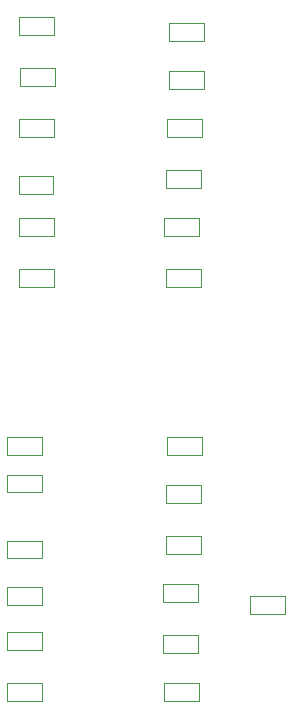
<source format=gbr>
%TF.GenerationSoftware,KiCad,Pcbnew,7.0.10*%
%TF.CreationDate,2024-02-20T17:57:49-08:00*%
%TF.ProjectId,HarnessTesterAll,4861726e-6573-4735-9465-73746572416c,rev?*%
%TF.SameCoordinates,Original*%
%TF.FileFunction,Other,User*%
%FSLAX46Y46*%
G04 Gerber Fmt 4.6, Leading zero omitted, Abs format (unit mm)*
G04 Created by KiCad (PCBNEW 7.0.10) date 2024-02-20 17:57:49*
%MOMM*%
%LPD*%
G01*
G04 APERTURE LIST*
%ADD10C,0.050000*%
G04 APERTURE END LIST*
D10*
%TO.C,R13*%
X97834000Y-86646000D02*
X97834000Y-88106000D01*
X97834000Y-88106000D02*
X100794000Y-88106000D01*
X100794000Y-86646000D02*
X97834000Y-86646000D01*
X100794000Y-88106000D02*
X100794000Y-86646000D01*
%TO.C,R14*%
X97834000Y-82328000D02*
X97834000Y-83788000D01*
X97834000Y-83788000D02*
X100794000Y-83788000D01*
X100794000Y-82328000D02*
X97834000Y-82328000D01*
X100794000Y-83788000D02*
X100794000Y-82328000D01*
%TO.C,R20*%
X113049000Y-83788000D02*
X113049000Y-82328000D01*
X113049000Y-82328000D02*
X110089000Y-82328000D01*
X110089000Y-83788000D02*
X113049000Y-83788000D01*
X110089000Y-82328000D02*
X110089000Y-83788000D01*
%TO.C,R27*%
X120352000Y-115792000D02*
X120352000Y-114332000D01*
X120352000Y-114332000D02*
X117392000Y-114332000D01*
X117392000Y-115792000D02*
X120352000Y-115792000D01*
X117392000Y-114332000D02*
X117392000Y-115792000D01*
%TO.C,R23*%
X113494000Y-71342000D02*
X113494000Y-69882000D01*
X113494000Y-69882000D02*
X110534000Y-69882000D01*
X110534000Y-71342000D02*
X113494000Y-71342000D01*
X110534000Y-69882000D02*
X110534000Y-71342000D01*
%TO.C,R7*%
X113049000Y-123158000D02*
X113049000Y-121698000D01*
X113049000Y-121698000D02*
X110089000Y-121698000D01*
X110089000Y-123158000D02*
X113049000Y-123158000D01*
X110089000Y-121698000D02*
X110089000Y-123158000D01*
%TO.C,R1*%
X96818000Y-121698000D02*
X96818000Y-123158000D01*
X96818000Y-123158000D02*
X99778000Y-123158000D01*
X99778000Y-121698000D02*
X96818000Y-121698000D01*
X99778000Y-123158000D02*
X99778000Y-121698000D01*
%TO.C,R5*%
X96818000Y-104045000D02*
X96818000Y-105505000D01*
X96818000Y-105505000D02*
X99778000Y-105505000D01*
X99778000Y-104045000D02*
X96818000Y-104045000D01*
X99778000Y-105505000D02*
X99778000Y-104045000D01*
%TO.C,R24*%
X113494000Y-67278000D02*
X113494000Y-65818000D01*
X113494000Y-65818000D02*
X110534000Y-65818000D01*
X110534000Y-67278000D02*
X113494000Y-67278000D01*
X110534000Y-65818000D02*
X110534000Y-67278000D01*
%TO.C,R17*%
X97897000Y-69628000D02*
X97897000Y-71088000D01*
X97897000Y-71088000D02*
X100857000Y-71088000D01*
X100857000Y-69628000D02*
X97897000Y-69628000D01*
X100857000Y-71088000D02*
X100857000Y-69628000D01*
%TO.C,R15*%
X97771000Y-78772000D02*
X97771000Y-80232000D01*
X97771000Y-80232000D02*
X100731000Y-80232000D01*
X100731000Y-78772000D02*
X97771000Y-78772000D01*
X100731000Y-80232000D02*
X100731000Y-78772000D01*
%TO.C,R12*%
X113303000Y-102330000D02*
X113303000Y-100870000D01*
X113303000Y-100870000D02*
X110343000Y-100870000D01*
X110343000Y-102330000D02*
X113303000Y-102330000D01*
X110343000Y-100870000D02*
X110343000Y-102330000D01*
%TO.C,R11*%
X113240000Y-106394000D02*
X113240000Y-104934000D01*
X113240000Y-104934000D02*
X110280000Y-104934000D01*
X110280000Y-106394000D02*
X113240000Y-106394000D01*
X110280000Y-104934000D02*
X110280000Y-106394000D01*
%TO.C,R21*%
X113240000Y-79724000D02*
X113240000Y-78264000D01*
X113240000Y-78264000D02*
X110280000Y-78264000D01*
X110280000Y-79724000D02*
X113240000Y-79724000D01*
X110280000Y-78264000D02*
X110280000Y-79724000D01*
%TO.C,R3*%
X96818000Y-113570000D02*
X96818000Y-115030000D01*
X96818000Y-115030000D02*
X99778000Y-115030000D01*
X99778000Y-113570000D02*
X96818000Y-113570000D01*
X99778000Y-115030000D02*
X99778000Y-113570000D01*
%TO.C,R4*%
X96818000Y-109633000D02*
X96818000Y-111093000D01*
X96818000Y-111093000D02*
X99778000Y-111093000D01*
X99778000Y-109633000D02*
X96818000Y-109633000D01*
X99778000Y-111093000D02*
X99778000Y-109633000D01*
%TO.C,R22*%
X113303000Y-75406000D02*
X113303000Y-73946000D01*
X113303000Y-73946000D02*
X110343000Y-73946000D01*
X110343000Y-75406000D02*
X113303000Y-75406000D01*
X110343000Y-73946000D02*
X110343000Y-75406000D01*
%TO.C,R6*%
X96818000Y-100870000D02*
X96818000Y-102330000D01*
X96818000Y-102330000D02*
X99778000Y-102330000D01*
X99778000Y-100870000D02*
X96818000Y-100870000D01*
X99778000Y-102330000D02*
X99778000Y-100870000D01*
%TO.C,R18*%
X97834000Y-65310000D02*
X97834000Y-66770000D01*
X97834000Y-66770000D02*
X100794000Y-66770000D01*
X100794000Y-65310000D02*
X97834000Y-65310000D01*
X100794000Y-66770000D02*
X100794000Y-65310000D01*
%TO.C,R19*%
X113240000Y-88106000D02*
X113240000Y-86646000D01*
X113240000Y-86646000D02*
X110280000Y-86646000D01*
X110280000Y-88106000D02*
X113240000Y-88106000D01*
X110280000Y-86646000D02*
X110280000Y-88106000D01*
%TO.C,R10*%
X113240000Y-110712000D02*
X113240000Y-109252000D01*
X113240000Y-109252000D02*
X110280000Y-109252000D01*
X110280000Y-110712000D02*
X113240000Y-110712000D01*
X110280000Y-109252000D02*
X110280000Y-110712000D01*
%TO.C,R9*%
X112986000Y-114776000D02*
X112986000Y-113316000D01*
X112986000Y-113316000D02*
X110026000Y-113316000D01*
X110026000Y-114776000D02*
X112986000Y-114776000D01*
X110026000Y-113316000D02*
X110026000Y-114776000D01*
%TO.C,R8*%
X112986000Y-119094000D02*
X112986000Y-117634000D01*
X112986000Y-117634000D02*
X110026000Y-117634000D01*
X110026000Y-119094000D02*
X112986000Y-119094000D01*
X110026000Y-117634000D02*
X110026000Y-119094000D01*
%TO.C,R2*%
X96818000Y-117380000D02*
X96818000Y-118840000D01*
X96818000Y-118840000D02*
X99778000Y-118840000D01*
X99778000Y-117380000D02*
X96818000Y-117380000D01*
X99778000Y-118840000D02*
X99778000Y-117380000D01*
%TO.C,R16*%
X97834000Y-73946000D02*
X97834000Y-75406000D01*
X97834000Y-75406000D02*
X100794000Y-75406000D01*
X100794000Y-73946000D02*
X97834000Y-73946000D01*
X100794000Y-75406000D02*
X100794000Y-73946000D01*
%TD*%
M02*

</source>
